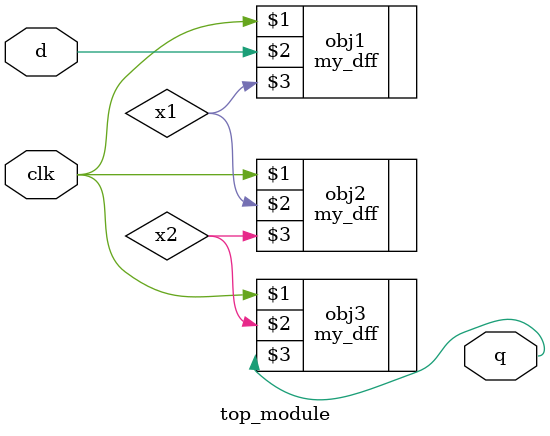
<source format=v>
module top_module ( input clk, input d, output q );

    wire x1, x2;
    my_dff obj1(clk, d, x1);
    my_dff obj2(clk, x1, x2);
    my_dff obj3(clk, x2, q);
endmodule

</source>
